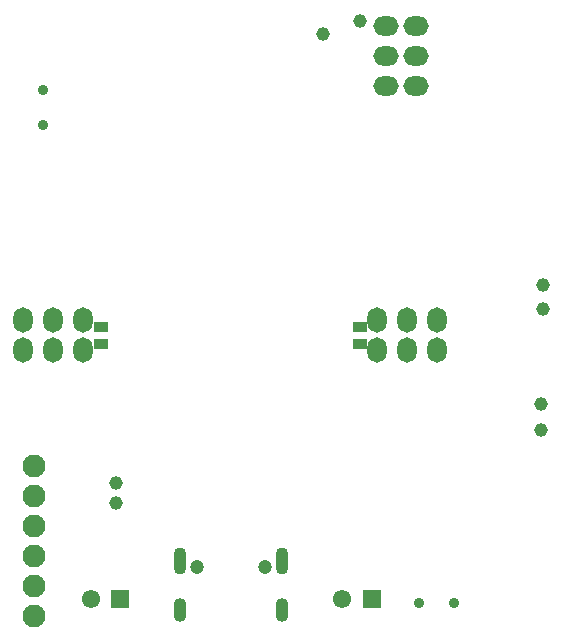
<source format=gbs>
G04*
G04 #@! TF.GenerationSoftware,Altium Limited,Altium Designer,22.6.1 (34)*
G04*
G04 Layer_Color=16711935*
%FSLAX44Y44*%
%MOMM*%
G71*
G04*
G04 #@! TF.SameCoordinates,9900268D-5443-4670-A824-5D7C6AAB4451*
G04*
G04*
G04 #@! TF.FilePolarity,Negative*
G04*
G01*
G75*
%ADD74R,1.1500X0.9500*%
%ADD92C,1.1500*%
%ADD103C,1.2000*%
%ADD104O,1.1000X2.3000*%
%ADD105O,1.1000X2.0000*%
%ADD106C,1.5500*%
%ADD107R,1.5500X1.5500*%
%ADD108C,0.9000*%
%ADD109C,1.9500*%
%ADD110O,1.6500X2.1500*%
%ADD111O,2.1500X1.6500*%
D74*
X525000Y269500D02*
D03*
Y254500D02*
D03*
X744000Y269500D02*
D03*
Y254500D02*
D03*
D92*
X898000Y182000D02*
D03*
X899000Y305000D02*
D03*
X538000Y137000D02*
D03*
X898000Y204000D02*
D03*
X713000Y517000D02*
D03*
X744000Y528000D02*
D03*
X538000Y120000D02*
D03*
X899365Y284365D02*
D03*
D103*
X664000Y66500D02*
D03*
X606000D02*
D03*
D104*
X591750Y71500D02*
D03*
X678250D02*
D03*
D105*
Y29500D02*
D03*
X591750D02*
D03*
D106*
X729500Y39250D02*
D03*
X516500D02*
D03*
D107*
X754500D02*
D03*
X541500D02*
D03*
D108*
X794000Y36000D02*
D03*
X824000D02*
D03*
X476000Y470000D02*
D03*
Y440000D02*
D03*
D109*
X468000Y75300D02*
D03*
Y49900D02*
D03*
Y24500D02*
D03*
Y100700D02*
D03*
Y126100D02*
D03*
Y151500D02*
D03*
D110*
X784600Y275000D02*
D03*
X810000D02*
D03*
Y249600D02*
D03*
X784600D02*
D03*
X759200Y275000D02*
D03*
Y249600D02*
D03*
X459200D02*
D03*
Y275000D02*
D03*
X484600Y249600D02*
D03*
X510000D02*
D03*
Y275000D02*
D03*
X484600D02*
D03*
D111*
X792000Y499000D02*
D03*
Y473600D02*
D03*
X766600D02*
D03*
Y499000D02*
D03*
X792000Y524400D02*
D03*
X766600D02*
D03*
M02*

</source>
